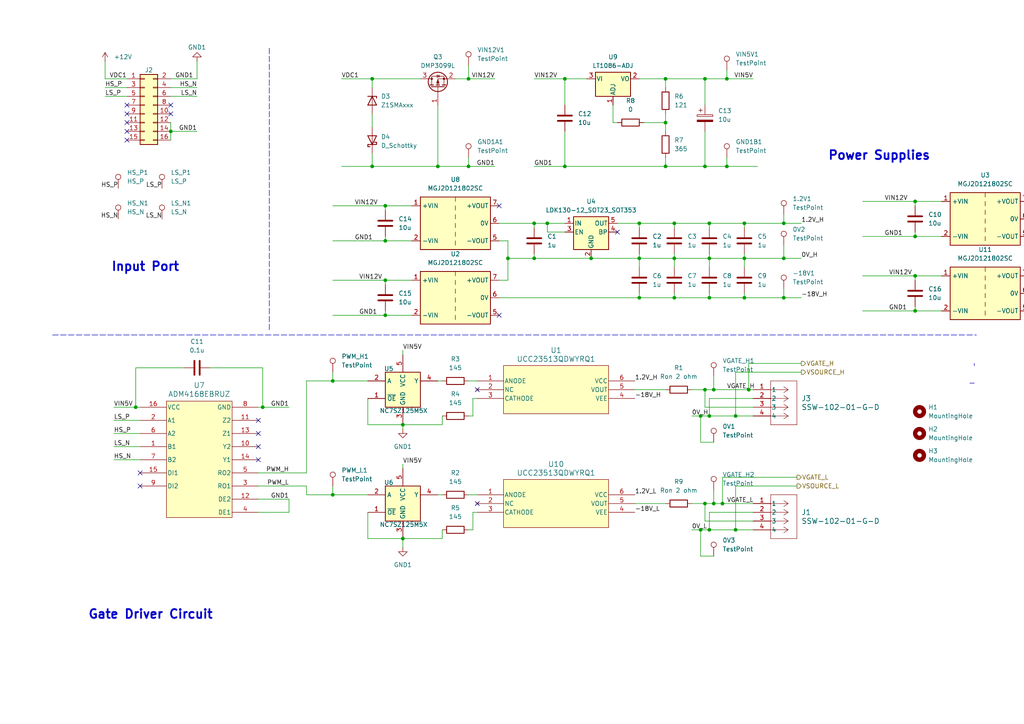
<source format=kicad_sch>
(kicad_sch (version 20250114) (generator "eeschema") (generator_version "9.0")
  (paper "A4")
  (text "Gate Driver Circuit" (at 43.688 178.308 0) (effects (font (size 2.54 2.54) (thickness 0.508) (bold yes))))
  (text "Power Supplies" (at 255.016 45.212 0) (effects (font (size 2.54 2.54) (thickness 0.508) (bold yes))))
  (text "Input Port" (at 42.164 77.47 0) (effects (font (size 2.54 2.54) (thickness 0.508) (bold yes))))
  (junction (at 163.83 22.86))
  (junction (at 265.43 90.17))
  (junction (at 185.42 64.77))
  (junction (at 205.74 64.77))
  (junction (at 381 85.09))
  (junction (at 154.94 74.93))
  (junction (at 204.47 113.03))
  (junction (at 171.45 74.93))
  (junction (at 185.42 74.93))
  (junction (at 210.82 22.86))
  (junction (at 195.58 64.77))
  (junction (at 205.74 120.65))
  (junction (at 265.43 58.42))
  (junction (at 135.89 48.26))
  (junction (at 111.76 69.85))
  (junction (at 215.9 74.93))
  (junction (at 154.94 64.77))
  (junction (at 227.33 64.77))
  (junction (at 163.83 48.26))
  (junction (at 204.47 146.05))
  (junction (at 349.25 63.5))
  (junction (at 381 63.5))
  (junction (at 49.53 38.1))
  (junction (at 193.04 48.26))
  (junction (at 210.82 48.26))
  (junction (at 227.33 74.93))
  (junction (at 204.47 48.26))
  (junction (at 349.25 73.66))
  (junction (at 111.76 91.44))
  (junction (at 227.33 86.36))
  (junction (at 111.76 81.28))
  (junction (at 96.52 110.49))
  (junction (at 185.42 86.36))
  (junction (at 203.2 153.67))
  (junction (at 215.9 64.77))
  (junction (at 213.36 153.67))
  (junction (at 369.57 73.66))
  (junction (at 339.09 85.09))
  (junction (at 203.2 120.65))
  (junction (at 312.42 63.5))
  (junction (at 111.76 59.69))
  (junction (at 213.36 120.65))
  (junction (at 308.61 63.5))
  (junction (at 359.41 85.09))
  (junction (at 147.32 74.93))
  (junction (at 205.74 74.93))
  (junction (at 193.04 35.56))
  (junction (at 127 48.26))
  (junction (at 300.99 73.66))
  (junction (at 207.01 146.05))
  (junction (at 381 73.66))
  (junction (at 96.52 143.51))
  (junction (at 325.12 73.66))
  (junction (at 195.58 74.93))
  (junction (at 107.95 22.86))
  (junction (at 116.84 123.19))
  (junction (at 193.04 22.86))
  (junction (at 39.37 118.11))
  (junction (at 205.74 153.67))
  (junction (at 116.84 156.21))
  (junction (at 204.47 22.86))
  (junction (at 76.2 118.11))
  (junction (at 369.57 85.09))
  (junction (at 158.75 64.77))
  (junction (at 215.9 86.36))
  (junction (at 359.41 73.66))
  (junction (at 265.43 80.01))
  (junction (at 339.09 63.5))
  (junction (at 349.25 85.09))
  (junction (at 217.17 113.03))
  (junction (at 359.41 63.5))
  (junction (at 207.01 113.03))
  (junction (at 135.89 22.86))
  (junction (at 369.57 63.5))
  (junction (at 205.74 86.36))
  (junction (at 107.95 48.26))
  (junction (at 339.09 73.66))
  (junction (at 308.61 73.66))
  (junction (at 209.55 146.05))
  (junction (at 265.43 68.58))
  (junction (at 195.58 86.36))
  (no_connect (at 36.83 35.56))
  (no_connect (at 74.93 121.92))
  (no_connect (at 49.53 30.48))
  (no_connect (at 298.45 58.42))
  (no_connect (at 144.78 91.44))
  (no_connect (at 74.93 129.54))
  (no_connect (at 298.45 90.17))
  (no_connect (at 49.53 33.02))
  (no_connect (at 40.64 137.16))
  (no_connect (at 36.83 30.48))
  (no_connect (at 36.83 40.64))
  (no_connect (at 74.93 125.73))
  (no_connect (at 40.64 140.97))
  (no_connect (at 36.83 38.1))
  (no_connect (at 179.07 67.31))
  (no_connect (at 74.93 133.35))
  (no_connect (at 138.43 146.05))
  (no_connect (at 144.78 59.69))
  (no_connect (at 138.43 113.03))
  (no_connect (at 36.83 33.02))
  (no_connect (at 332.74 66.04))
  (wire (pts (xy 111.76 81.28) (xy 111.76 82.55)))
  (wire (pts (xy 116.84 123.19) (xy 116.84 124.46)))
  (wire (pts (xy 88.9 137.16) (xy 88.9 110.49)))
  (wire (pts (xy 207.01 146.05) (xy 209.55 146.05)))
  (wire (pts (xy 49.53 38.1) (xy 57.15 38.1)))
  (wire (pts (xy 213.36 107.95) (xy 213.36 120.65)))
  (wire (pts (xy 107.95 25.4) (xy 107.95 22.86)))
  (wire (pts (xy 88.9 110.49) (xy 96.52 110.49)))
  (wire (pts (xy 204.47 48.26) (xy 210.82 48.26)))
  (wire (pts (xy 195.58 64.77) (xy 205.74 64.77)))
  (wire (pts (xy 205.74 148.59) (xy 205.74 153.67)))
  (wire (pts (xy 116.84 156.21) (xy 128.27 156.21)))
  (wire (pts (xy 369.57 73.66) (xy 381 73.66)))
  (wire (pts (xy 218.44 148.59) (xy 205.74 148.59)))
  (wire (pts (xy 147.32 74.93) (xy 154.94 74.93)))
  (wire (pts (xy 250.19 68.58) (xy 265.43 68.58)))
  (wire (pts (xy 369.57 63.5) (xy 381 63.5)))
  (wire (pts (xy 250.19 90.17) (xy 265.43 90.17)))
  (wire (pts (xy 308.61 73.66) (xy 325.12 73.66)))
  (wire (pts (xy 195.58 73.66) (xy 195.58 74.93)))
  (wire (pts (xy 144.78 64.77) (xy 154.94 64.77)))
  (wire (pts (xy 147.32 69.85) (xy 147.32 74.93)))
  (wire (pts (xy 227.33 64.77) (xy 232.41 64.77)))
  (wire (pts (xy 207.01 128.27) (xy 203.2 128.27)))
  (wire (pts (xy 33.02 125.73) (xy 40.64 125.73)))
  (wire (pts (xy 76.2 118.11) (xy 83.82 118.11)))
  (wire (pts (xy 203.2 153.67) (xy 205.74 153.67)))
  (wire (pts (xy 195.58 64.77) (xy 195.58 66.04)))
  (wire (pts (xy 300.99 73.66) (xy 308.61 73.66)))
  (wire (pts (xy 111.76 90.17) (xy 111.76 91.44)))
  (wire (pts (xy 204.47 113.03) (xy 207.01 113.03)))
  (wire (pts (xy 205.74 74.93) (xy 205.74 77.47)))
  (wire (pts (xy 349.25 83.82) (xy 349.25 85.09)))
  (wire (pts (xy 203.2 161.29) (xy 203.2 153.67)))
  (wire (pts (xy 369.57 85.09) (xy 381 85.09)))
  (wire (pts (xy 96.52 59.69) (xy 111.76 59.69)))
  (wire (pts (xy 74.93 118.11) (xy 76.2 118.11)))
  (wire (pts (xy 185.42 64.77) (xy 195.58 64.77)))
  (wire (pts (xy 127 48.26) (xy 135.89 48.26)))
  (wire (pts (xy 107.95 33.02) (xy 107.95 36.83)))
  (wire (pts (xy 265.43 67.31) (xy 265.43 68.58)))
  (wire (pts (xy 132.08 22.86) (xy 135.89 22.86)))
  (wire (pts (xy 88.9 143.51) (xy 96.52 143.51)))
  (wire (pts (xy 49.53 27.94) (xy 57.15 27.94)))
  (wire (pts (xy 232.41 105.41) (xy 217.17 105.41)))
  (wire (pts (xy 193.04 48.26) (xy 204.47 48.26)))
  (wire (pts (xy 359.41 83.82) (xy 359.41 85.09)))
  (wire (pts (xy 111.76 59.69) (xy 119.38 59.69)))
  (wire (pts (xy 204.47 22.86) (xy 210.82 22.86)))
  (wire (pts (xy 193.04 22.86) (xy 204.47 22.86)))
  (wire (pts (xy 207.01 113.03) (xy 217.17 113.03)))
  (wire (pts (xy 200.66 120.65) (xy 203.2 120.65)))
  (wire (pts (xy 74.93 137.16) (xy 88.9 137.16)))
  (wire (pts (xy 204.47 38.1) (xy 204.47 48.26)))
  (wire (pts (xy 213.36 153.67) (xy 218.44 153.67)))
  (wire (pts (xy 111.76 68.58) (xy 111.76 69.85)))
  (wire (pts (xy 116.84 101.6) (xy 116.84 102.87)))
  (wire (pts (xy 308.61 63.5) (xy 308.61 64.77)))
  (wire (pts (xy 349.25 73.66) (xy 359.41 73.66)))
  (wire (pts (xy 163.83 38.1) (xy 163.83 48.26)))
  (wire (pts (xy 33.02 129.54) (xy 40.64 129.54)))
  (wire (pts (xy 205.74 120.65) (xy 213.36 120.65)))
  (wire (pts (xy 184.15 113.03) (xy 193.04 113.03)))
  (wire (pts (xy 83.82 144.78) (xy 83.82 148.59)))
  (wire (pts (xy 200.66 153.67) (xy 203.2 153.67)))
  (wire (pts (xy 185.42 85.09) (xy 185.42 86.36)))
  (wire (pts (xy 127 30.48) (xy 127 48.26)))
  (wire (pts (xy 349.25 63.5) (xy 359.41 63.5)))
  (wire (pts (xy 185.42 73.66) (xy 185.42 74.93)))
  (wire (pts (xy 227.33 83.82) (xy 227.33 86.36)))
  (wire (pts (xy 96.52 91.44) (xy 111.76 91.44)))
  (wire (pts (xy 349.25 85.09) (xy 359.41 85.09)))
  (wire (pts (xy 209.55 138.43) (xy 209.55 146.05)))
  (wire (pts (xy 193.04 35.56) (xy 193.04 38.1)))
  (wire (pts (xy 144.78 69.85) (xy 147.32 69.85)))
  (wire (pts (xy 232.41 107.95) (xy 213.36 107.95)))
  (wire (pts (xy 312.42 66.04) (xy 312.42 63.5)))
  (wire (pts (xy 265.43 80.01) (xy 273.05 80.01)))
  (wire (pts (xy 106.68 123.19) (xy 106.68 115.57)))
  (wire (pts (xy 116.84 134.62) (xy 116.84 135.89)))
  (wire (pts (xy 116.84 156.21) (xy 106.68 156.21)))
  (wire (pts (xy 30.48 17.78) (xy 30.48 22.86)))
  (wire (pts (xy 209.55 146.05) (xy 218.44 146.05)))
  (wire (pts (xy 205.74 153.67) (xy 213.36 153.67)))
  (wire (pts (xy 200.66 113.03) (xy 204.47 113.03)))
  (wire (pts (xy 193.04 22.86) (xy 193.04 25.4)))
  (wire (pts (xy 204.47 146.05) (xy 207.01 146.05)))
  (wire (pts (xy 60.96 106.68) (xy 76.2 106.68)))
  (wire (pts (xy 300.99 80.01) (xy 298.45 80.01)))
  (wire (pts (xy 96.52 81.28) (xy 111.76 81.28)))
  (wire (pts (xy 74.93 140.97) (xy 88.9 140.97)))
  (wire (pts (xy 57.15 22.86) (xy 49.53 22.86)))
  (wire (pts (xy 154.94 64.77) (xy 154.94 66.04)))
  (wire (pts (xy 99.06 48.26) (xy 107.95 48.26)))
  (wire (pts (xy 163.83 48.26) (xy 193.04 48.26)))
  (wire (pts (xy 250.19 80.01) (xy 265.43 80.01)))
  (wire (pts (xy 96.52 69.85) (xy 111.76 69.85)))
  (wire (pts (xy 53.34 106.68) (xy 39.37 106.68)))
  (wire (pts (xy 185.42 64.77) (xy 185.42 66.04)))
  (wire (pts (xy 137.16 120.65) (xy 137.16 115.57)))
  (wire (pts (xy 135.89 120.65) (xy 137.16 120.65)))
  (wire (pts (xy 185.42 74.93) (xy 195.58 74.93)))
  (wire (pts (xy 265.43 80.01) (xy 265.43 81.28)))
  (wire (pts (xy 158.75 67.31) (xy 163.83 67.31)))
  (wire (pts (xy 179.07 64.77) (xy 185.42 64.77)))
  (wire (pts (xy 49.53 38.1) (xy 49.53 40.64)))
  (wire (pts (xy 227.33 74.93) (xy 232.41 74.93)))
  (wire (pts (xy 106.68 156.21) (xy 106.68 148.59)))
  (wire (pts (xy 185.42 86.36) (xy 195.58 86.36)))
  (wire (pts (xy 369.57 73.66) (xy 369.57 76.2)))
  (wire (pts (xy 207.01 109.22) (xy 207.01 113.03)))
  (wire (pts (xy 369.57 72.39) (xy 369.57 73.66)))
  (wire (pts (xy 204.47 113.03) (xy 204.47 118.11)))
  (wire (pts (xy 154.94 64.77) (xy 158.75 64.77)))
  (wire (pts (xy 369.57 63.5) (xy 369.57 64.77)))
  (wire (pts (xy 210.82 45.72) (xy 210.82 48.26)))
  (wire (pts (xy 39.37 106.68) (xy 39.37 118.11)))
  (wire (pts (xy 359.41 72.39) (xy 359.41 73.66)))
  (wire (pts (xy 49.53 35.56) (xy 49.53 38.1)))
  (wire (pts (xy 217.17 105.41) (xy 217.17 113.03)))
  (wire (pts (xy 300.99 68.58) (xy 300.99 73.66)))
  (wire (pts (xy 171.45 74.93) (xy 185.42 74.93)))
  (wire (pts (xy 57.15 17.78) (xy 57.15 22.86)))
  (wire (pts (xy 203.2 120.65) (xy 205.74 120.65)))
  (wire (pts (xy 298.45 63.5) (xy 308.61 63.5)))
  (polyline (pts (xy 282.575 105.41) (xy 282.575 106.045)))
  (wire (pts (xy 193.04 45.72) (xy 193.04 48.26)))
  (wire (pts (xy 135.89 45.72) (xy 135.89 48.26)))
  (wire (pts (xy 381 60.96) (xy 381 63.5)))
  (wire (pts (xy 203.2 128.27) (xy 203.2 120.65)))
  (wire (pts (xy 200.66 146.05) (xy 204.47 146.05)))
  (wire (pts (xy 154.94 74.93) (xy 171.45 74.93)))
  (wire (pts (xy 215.9 85.09) (xy 215.9 86.36)))
  (wire (pts (xy 39.37 118.11) (xy 40.64 118.11)))
  (wire (pts (xy 135.89 110.49) (xy 138.43 110.49)))
  (wire (pts (xy 195.58 74.93) (xy 205.74 74.93)))
  (wire (pts (xy 265.43 58.42) (xy 273.05 58.42)))
  (wire (pts (xy 205.74 85.09) (xy 205.74 86.36)))
  (wire (pts (xy 154.94 48.26) (xy 163.83 48.26)))
  (wire (pts (xy 185.42 74.93) (xy 185.42 77.47)))
  (wire (pts (xy 359.41 63.5) (xy 369.57 63.5)))
  (wire (pts (xy 96.52 140.97) (xy 96.52 143.51)))
  (wire (pts (xy 74.93 148.59) (xy 83.82 148.59)))
  (wire (pts (xy 177.8 35.56) (xy 179.07 35.56)))
  (wire (pts (xy 185.42 22.86) (xy 193.04 22.86)))
  (wire (pts (xy 359.41 63.5) (xy 359.41 64.77)))
  (wire (pts (xy 127 143.51) (xy 128.27 143.51)))
  (wire (pts (xy 147.32 81.28) (xy 144.78 81.28)))
  (wire (pts (xy 218.44 151.13) (xy 204.47 151.13)))
  (wire (pts (xy 231.14 138.43) (xy 209.55 138.43)))
  (wire (pts (xy 215.9 74.93) (xy 215.9 77.47)))
  (wire (pts (xy 349.25 73.66) (xy 349.25 76.2)))
  (wire (pts (xy 116.84 156.21) (xy 116.84 158.75)))
  (wire (pts (xy 107.95 22.86) (xy 121.92 22.86)))
  (wire (pts (xy 195.58 86.36) (xy 205.74 86.36)))
  (wire (pts (xy 227.33 62.23) (xy 227.33 64.77)))
  (wire (pts (xy 332.74 63.5) (xy 339.09 63.5)))
  (wire (pts (xy 265.43 58.42) (xy 265.43 59.69)))
  (wire (pts (xy 265.43 88.9) (xy 265.43 90.17)))
  (wire (pts (xy 205.74 86.36) (xy 215.9 86.36)))
  (wire (pts (xy 218.44 118.11) (xy 204.47 118.11)))
  (wire (pts (xy 325.12 73.66) (xy 339.09 73.66)))
  (wire (pts (xy 88.9 140.97) (xy 88.9 143.51)))
  (wire (pts (xy 205.74 64.77) (xy 215.9 64.77)))
  (wire (pts (xy 147.32 74.93) (xy 147.32 81.28)))
  (wire (pts (xy 107.95 48.26) (xy 127 48.26)))
  (wire (pts (xy 195.58 74.93) (xy 195.58 77.47)))
  (wire (pts (xy 195.58 85.09) (xy 195.58 86.36)))
  (wire (pts (xy 128.27 156.21) (xy 128.27 153.67)))
  (wire (pts (xy 210.82 48.26) (xy 219.71 48.26)))
  (wire (pts (xy 96.52 107.95) (xy 96.52 110.49)))
  (wire (pts (xy 210.82 20.32) (xy 210.82 22.86)))
  (wire (pts (xy 308.61 63.5) (xy 312.42 63.5)))
  (wire (pts (xy 135.89 48.26) (xy 143.51 48.26)))
  (wire (pts (xy 74.93 144.78) (xy 83.82 144.78)))
  (wire (pts (xy 207.01 142.24) (xy 207.01 146.05)))
  (wire (pts (xy 265.43 90.17) (xy 273.05 90.17)))
  (wire (pts (xy 312.42 63.5) (xy 317.5 63.5)))
  (wire (pts (xy 137.16 153.67) (xy 137.16 148.59)))
  (wire (pts (xy 349.25 63.5) (xy 349.25 64.77)))
  (wire (pts (xy 107.95 44.45) (xy 107.95 48.26)))
  (wire (pts (xy 128.27 123.19) (xy 128.27 120.65)))
  (wire (pts (xy 137.16 148.59) (xy 138.43 148.59)))
  (wire (pts (xy 215.9 86.36) (xy 227.33 86.36)))
  (wire (pts (xy 339.09 85.09) (xy 349.25 85.09)))
  (wire (pts (xy 359.41 73.66) (xy 359.41 76.2)))
  (wire (pts (xy 207.01 161.29) (xy 203.2 161.29)))
  (wire (pts (xy 359.41 85.09) (xy 369.57 85.09)))
  (wire (pts (xy 144.78 86.36) (xy 185.42 86.36)))
  (wire (pts (xy 349.25 72.39) (xy 349.25 73.66)))
  (wire (pts (xy 186.69 35.56) (xy 193.04 35.56)))
  (wire (pts (xy 359.41 73.66) (xy 369.57 73.66)))
  (wire (pts (xy 227.33 71.12) (xy 227.33 74.93)))
  (wire (pts (xy 158.75 64.77) (xy 163.83 64.77)))
  (wire (pts (xy 111.76 59.69) (xy 111.76 60.96)))
  (wire (pts (xy 135.89 19.05) (xy 135.89 22.86)))
  (wire (pts (xy 381 69.85) (xy 381 73.66)))
  (wire (pts (xy 76.2 106.68) (xy 76.2 118.11)))
  (wire (pts (xy 231.14 140.97) (xy 213.36 140.97)))
  (wire (pts (xy 184.15 146.05) (xy 193.04 146.05)))
  (wire (pts (xy 210.82 22.86) (xy 218.44 22.86)))
  (wire (pts (xy 217.17 113.03) (xy 218.44 113.03)))
  (wire (pts (xy 96.52 143.51) (xy 106.68 143.51)))
  (wire (pts (xy 116.84 123.19) (xy 128.27 123.19)))
  (wire (pts (xy 135.89 143.51) (xy 138.43 143.51)))
  (wire (pts (xy 205.74 73.66) (xy 205.74 74.93)))
  (wire (pts (xy 154.94 73.66) (xy 154.94 74.93)))
  (wire (pts (xy 213.36 120.65) (xy 218.44 120.65)))
  (wire (pts (xy 111.76 81.28) (xy 119.38 81.28)))
  (polyline (pts (xy 281.305 111.125) (xy 282.575 111.125)))
  (wire (pts (xy 137.16 115.57) (xy 138.43 115.57)))
  (wire (pts (xy 49.53 25.4) (xy 57.15 25.4)))
  (wire (pts (xy 298.45 68.58) (xy 300.99 68.58)))
  (wire (pts (xy 298.45 85.09) (xy 339.09 85.09)))
  (polyline (pts (xy 78.105 13.97) (xy 78.105 95.885)) (stroke (width 0) (type dash)))
  (wire (pts (xy 218.44 115.57) (xy 205.74 115.57)))
  (wire (pts (xy 339.09 72.39) (xy 339.09 73.66)))
  (wire (pts (xy 127 110.49) (xy 128.27 110.49)))
  (wire (pts (xy 116.84 123.19) (xy 106.68 123.19)))
  (wire (pts (xy 213.36 140.97) (xy 213.36 153.67)))
  (wire (pts (xy 135.89 153.67) (xy 137.16 153.67)))
  (wire (pts (xy 205.74 64.77) (xy 205.74 66.04)))
  (wire (pts (xy 265.43 68.58) (xy 273.05 68.58)))
  (wire (pts (xy 339.09 63.5) (xy 339.09 64.77)))
  (wire (pts (xy 111.76 69.85) (xy 119.38 69.85)))
  (wire (pts (xy 300.99 73.66) (xy 300.99 80.01)))
  (wire (pts (xy 215.9 64.77) (xy 215.9 66.04)))
  (wire (pts (xy 193.04 33.02) (xy 193.04 35.56)))
  (wire (pts (xy 154.94 22.86) (xy 163.83 22.86)))
  (polyline (pts (xy 15.24 97.155) (xy 283.21 97.155)) (stroke (width 0) (type dash)))
  (wire (pts (xy 30.48 22.86) (xy 36.83 22.86)))
  (wire (pts (xy 163.83 22.86) (xy 170.18 22.86)))
  (wire (pts (xy 308.61 72.39) (xy 308.61 73.66)))
  (wire (pts (xy 163.83 30.48) (xy 163.83 22.86)))
  (wire (pts (xy 99.06 22.86) (xy 107.95 22.86)))
  (wire (pts (xy 312.42 66.04) (xy 317.5 66.04)))
  (wire (pts (xy 339.09 73.66) (xy 349.25 73.66)))
  (wire (pts (xy 215.9 73.66) (xy 215.9 74.93)))
  (wire (pts (xy 339.09 73.66) (xy 339.09 76.2)))
  (wire (pts (xy 158.75 67.31) (xy 158.75 64.77)))
  (wire (pts (xy 177.8 30.48) (xy 177.8 35.56)))
  (wire (pts (xy 381 85.09) (xy 386.08 85.09)))
  (wire (pts (xy 33.02 133.35) (xy 40.64 133.35)))
  (wire (pts (xy 381 63.5) (xy 386.08 63.5)))
  (wire (pts (xy 204.47 146.05) (xy 204.47 151.13)))
  (wire (pts (xy 205.74 115.57) (xy 205.74 120.65)))
  (wire (pts (xy 215.9 64.77) (xy 227.33 64.77)))
  (wire (pts (xy 227.33 86.36) (xy 232.41 86.36)))
  (wire (pts (xy 30.48 27.94) (xy 36.83 27.94)))
  (wire (pts (xy 339.09 83.82) (xy 339.09 85.09)))
  (wire (pts (xy 33.02 121.92) (xy 40.64 121.92)))
  (wire (pts (xy 96.52 110.49) (xy 106.68 110.49)))
  (wire (pts (xy 215.9 74.93) (xy 227.33 74.93)))
  (wire (pts (xy 135.89 22.86) (xy 143.51 22.86)))
  (wire (pts (xy 250.19 58.42) (xy 265.43 58.42)))
  (wire (pts (xy 111.76 91.44) (xy 119.38 91.44)))
  (wire (pts (xy 204.47 22.86) (xy 204.47 30.48)))
  (wire (pts (xy 339.09 63.5) (xy 349.25 63.5)))
  (wire (pts (xy 369.57 83.82) (xy 369.57 85.09)))
  (wire (pts (xy 381 82.55) (xy 381 85.09)))
  (wire (pts (xy 33.02 118.11) (xy 39.37 118.11)))
  (wire (pts (xy 30.48 25.4) (xy 36.83 25.4)))
  (wire (pts (xy 205.74 74.93) (xy 215.9 74.93)))
  (wire (pts (xy 381 73.66) (xy 386.08 73.66)))
  (label "0V_L" (at 386.08 73.66 0))
  (label "VDC1" (at 31.75 22.86 0))
  (label "LS_N" (at 33.02 129.54 0))
  (label "0V_H" (at 200.66 120.65 0))
  (label "1.2V_L" (at 184.15 143.51 0))
  (label "VIN5V" (at 116.84 101.6 0))
  (label "VIN12V" (at 256.54 58.42 0))
  (label "VIN12V" (at 104.14 81.28 0))
  (label "GND1" (at 57.15 38.1 180))
  (label "-18V_L" (at 386.08 85.09 0))
  (label "VIN12V" (at 143.51 22.86 180))
  (label "HS_N" (at 57.15 25.4 180))
  (label "GND1" (at 257.81 90.17 0))
  (label "1.2V_L" (at 386.08 63.5 0))
  (label "HS_P" (at 33.02 125.73 0))
  (label "VGATE_L" (at 210.82 146.05 0))
  (label "VGATE_H" (at 210.82 113.03 0))
  (label "-18V_H" (at 184.15 115.57 0))
  (label "VIN12V" (at 154.94 22.86 0))
  (label "0V_H" (at 232.41 74.93 0))
  (label "HS_P" (at 30.48 25.4 0))
  (label "GND1" (at 256.54 68.58 0))
  (label "HS_N" (at 34.29 63.5 180))
  (label "PWM_H" (at 83.82 137.16 180))
  (label "GND1" (at 104.14 91.44 0))
  (label "HS_P" (at 34.29 54.61 180))
  (label "LS_N" (at 57.15 27.94 180))
  (label "0V_L" (at 200.66 153.67 0))
  (label "-18V_H" (at 232.41 86.36 0))
  (label "LS_P" (at 30.48 27.94 0))
  (label "VDC1" (at 99.06 22.86 0))
  (label "LS_P" (at 33.02 121.92 0))
  (label "VIN5V" (at 116.84 134.62 0))
  (label "LS_N" (at 46.99 63.5 180))
  (label "LS_P" (at 46.99 54.61 180))
  (label "VIN5V" (at 218.44 22.86 180))
  (label "GND1" (at 102.87 69.85 0))
  (label "GND1" (at 50.8 22.86 0))
  (label "GND1" (at 83.82 144.78 180))
  (label "HS_N" (at 33.02 133.35 0))
  (label "1.2V_H" (at 184.15 110.49 0))
  (label "GND1" (at 83.82 118.11 180))
  (label "1.2V_H" (at 232.41 64.77 0))
  (label "PWM_L" (at 83.82 140.97 180))
  (label "VIN12V" (at 102.87 59.69 0))
  (label "VIN5V" (at 33.02 118.11 0))
  (label "GND1" (at 143.51 48.26 180))
  (label "VIN12V" (at 257.81 80.01 0))
  (label "GND1" (at 154.94 48.26 0))
  (label "-18V_L" (at 184.15 148.59 0))
  (hierarchical_label "VSOURCE_H" (shape output) (at 232.41 107.95 0))
  (hierarchical_label "VGATE_L" (shape output) (at 231.14 138.43 0))
  (hierarchical_label "VGATE_H" (shape output) (at 232.41 105.41 0))
  (hierarchical_label "VSOURCE_L" (shape output) (at 231.14 140.97 0))
  (symbol (lib_id "Device:C") (at 349.25 68.58 0) (unit 1)
    (property "Reference" "C20" (at 353.06 67.3099 0) (effects (justify left)))
    (property "Value" "1u" (at 353.06 69.8499 0) (effects (justify left)))
    (property "Footprint" "Capacitor_SMD:C_1206_3216Metric" (effects (hide yes)))
    (property "Description" "Unpolarized capacitor" (effects (hide yes)))
  )
  (symbol (lib_id "Device:C_Polarized") (at 204.47 34.29 0) (unit 1)
    (property "Reference" "C13" (at 208.28 32.1309 0) (effects (justify left)))
    (property "Value" "10u" (at 208.28 34.6709 0) (effects (justify left)))
    (property "Footprint" "Gate_Driver:TAJB_AVX-M" (effects (hide yes)))
    (property "Description" "Polarized capacitor" (effects (hide yes)))
  )
  (symbol (lib_id "Connector_Generic:Conn_02x08_Odd_Even") (at 41.91 30.48 0) (unit 1)
    (property "Reference" "J2" (at 43.18 20.32 0))
    (property "Value" "Conn_02x08_Odd_Even" (effects (hide yes)))
    (property "Footprint" "Connector_IDC:IDC-Header_2x08_P2.54mm_Vertical" (effects (hide yes)))
    (property "Description" "Generic connector, double row, 02x08, odd/even pin numbering scheme (row 1 odd numbers, row 2 even numbers), script generated (kicad-library-utils/schlib/autogen/connector/)" (effects (hide yes)))
  )
  (symbol (lib_id "Regulator_Linear:LDK130-12_SOT23_SOT353") (at 171.45 67.31 0) (unit 1)
    (property "Reference" "U4" (at 171.45 58.42 0))
    (property "Value" "LDK130-12_SOT23_SOT353" (at 171.45 60.96 0))
    (property "Footprint" "Package_TO_SOT_SMD:SOT-23-5_HandSoldering" (effects (hide yes)))
    (property "Datasheet" "http://www.st.com/content/ccc/resource/technical/document/datasheet/29/10/f7/87/2f/66/47/f4/DM00076097.pdf/files/DM00076097.pdf/jcr:content/translations/en.DM00076097.pdf" (effects (hide yes)))
    (property "Description" "300mA low dropout linear regulator, low quiescent current very, low noise, shutdown pin, 1.2V fixed positive output, SOT-23-5/SOT-353-5/SC-70-5" (effects (hide yes)))
  )
  (symbol (lib_id "Device:C") (at 154.94 69.85 0) (unit 1)
    (property "Reference" "C1" (at 158.75 68.5799 0) (effects (justify left)))
    (property "Value" "1u" (at 158.75 71.1199 0) (effects (justify left)))
    (property "Footprint" "Capacitor_SMD:C_1206_3216Metric" (effects (hide yes)))
    (property "Description" "Unpolarized capacitor" (effects (hide yes)))
  )
  (symbol (lib_id "Connector:TestPoint") (at 227.33 62.23 0) (unit 1)
    (property "Reference" "1.2V1" (at 229.87 57.6579 0) (effects (justify left)))
    (property "Value" "TestPoint" (at 229.87 60.1979 0) (effects (justify left)))
    (property "Footprint" "TestPoint:TestPoint_Pad_D2.0mm" (effects (hide yes)))
    (property "Description" "test point" (effects (hide yes)))
  )
  (symbol (lib_id "Mechanical:MountingHole") (at 266.7 119.38 0) (unit 1) (in_bom no)
    (property "Reference" "H1" (at 269.24 118.1099 0) (effects (justify left)))
    (property "Value" "MountingHole" (at 269.24 120.6499 0) (effects (justify left)))
    (property "Footprint" "MountingHole:MountingHole_4.3mm_M4_DIN965" (effects (hide yes)))
    (property "Description" "Mounting Hole without connection" (effects (hide yes)))
  )
  (symbol (lib_id "Device:D_Schottky") (at 107.95 40.64 90) (unit 1)
    (property "Reference" "D4" (at 110.49 39.6874 90) (effects (justify right)))
    (property "Value" "D_Schottky" (at 110.49 42.2274 90) (effects (justify right)))
    (property "Footprint" "Diode_SMD:D_PowerDI-123" (effects (hide yes)))
    (property "Description" "Schottky diode" (effects (hide yes)))
  )
  (symbol (lib_id "Connector:TestPoint") (at 207.01 142.24 0) (unit 1)
    (property "Reference" "VGATE_H2" (at 209.55 137.6679 0) (effects (justify left)))
    (property "Value" "TestPoint" (at 209.55 140.2079 0) (effects (justify left)))
    (property "Footprint" "TestPoint:TestPoint_Pad_D2.0mm" (effects (hide yes)))
    (property "Description" "test point" (effects (hide yes)))
  )
  (symbol (lib_id "Device:C") (at 205.74 69.85 0) (unit 1)
    (property "Reference" "C4" (at 209.55 68.5799 0) (effects (justify left)))
    (property "Value" "1u" (at 209.55 71.1199 0) (effects (justify left)))
    (property "Footprint" "Capacitor_SMD:C_1206_3216Metric" (effects (hide yes)))
    (property "Description" "Unpolarized capacitor" (effects (hide yes)))
  )
  (symbol (lib_id "Gate_Driver:UCC23513QDWYRQ1") (at 161.29 113.03 0) (unit 1)
    (property "Reference" "U1" (at 161.29 101.6 0) (effects (font (size 1.524 1.524))))
    (property "Value" "UCC23513QDWYRQ1" (at 161.29 104.14 0) (effects (font (size 1.524 1.524))))
    (property "Footprint" "Gate_Driver:SOIC06_SO-6_7P5X4P68_TEX-M" (effects (hide yes)))
    (property "Datasheet" "https://www.ti.com/lit/gpn/ucc23513-q1" (effects (hide yes)))
  )
  (symbol (lib_id "Device:R_1206") (at 132.08 153.67 90) (unit 1)
    (property "Reference" "R5" (at 132.08 147.32 90))
    (property "Value" "145" (at 132.08 149.86 90))
    (property "Footprint" "Resistor_SMD:R_1206_3216Metric_Pad1.30x1.75mm_HandSolder" (effects (hide yes)))
    (property "Description" "Resistor" (effects (hide yes)))
  )
  (symbol (lib_id "Connector:TestPoint") (at 135.89 19.05 0) (unit 1)
    (property "Reference" "VIN12V1" (at 138.43 14.4779 0) (effects (justify left)))
    (property "Value" "TestPoint" (at 138.43 17.0179 0) (effects (justify left)))
    (property "Footprint" "TestPoint:TestPoint_Pad_D2.0mm" (effects (hide yes)))
    (property "Description" "test point" (effects (hide yes)))
  )
  (symbol (lib_id "Connector:TestPoint") (at 207.01 128.27 0) (unit 1)
    (property "Reference" "0V1" (at 209.55 123.6979 0) (effects (justify left)))
    (property "Value" "TestPoint" (at 209.55 126.2379 0) (effects (justify left)))
    (property "Footprint" "TestPoint:TestPoint_Pad_D2.0mm" (effects (hide yes)))
    (property "Description" "test point" (effects (hide yes)))
  )
  (symbol (lib_id "Regulator_Linear:LDK130-12_SOT23_SOT353") (at 325.12 66.04 0) (unit 1)
    (property "Reference" "U12" (at 325.12 57.15 0))
    (property "Value" "LDK130-12_SOT23_SOT353" (at 325.12 59.69 0))
    (property "Footprint" "Package_TO_SOT_SMD:SOT-23-5_HandSoldering" (effects (hide yes)))
    (property "Datasheet" "http://www.st.com/content/ccc/resource/technical/document/datasheet/29/10/f7/87/2f/66/47/f4/DM00076097.pdf/files/DM00076097.pdf/jcr:content/translations/en.DM00076097.pdf" (effects (hide yes)))
    (property "Description" "300mA low dropout linear regulator, low quiescent current very, low noise, shutdown pin, 1.2V fixed positive output, SOT-23-5/SOT-353-5/SC-70-5" (effects (hide yes)))
  )
  (symbol (lib_id "Converter_DCDC:MGJ2D121802SC") (at 132.08 64.77 0) (unit 1)
    (property "Reference" "U8" (at 132.08 52.07 0))
    (property "Value" "MGJ2D121802SC" (at 132.08 54.61 0))
    (property "Footprint" "Converter_DCDC:Converter_DCDC_Murata_MGJ2DxxxxxxSC_THT" (effects (hide yes)))
    (property "Datasheet" "https://power.murata.com/pub/data/power/ncl/kdc_mgj2.pdf" (effects (hide yes)))
    (property "Description" "5.2kVDC Isolated 2W Gate Drive, 12V Vin, +18V/-2.5V Vout" (effects (hide yes)))
  )
  (symbol (lib_id "Converter_DCDC:MGJ2D121802SC") (at 285.75 63.5 0) (unit 1)
    (property "Reference" "U3" (at 285.75 50.8 0))
    (property "Value" "MGJ2D121802SC" (at 285.75 53.34 0))
    (property "Footprint" "Converter_DCDC:Converter_DCDC_Murata_MGJ2DxxxxxxSC_THT" (effects (hide yes)))
    (property "Datasheet" "https://power.murata.com/pub/data/power/ncl/kdc_mgj2.pdf" (effects (hide yes)))
    (property "Description" "5.2kVDC Isolated 2W Gate Drive, 12V Vin, +18V/-2.5V Vout" (effects (hide yes)))
  )
  (symbol (lib_id "Device:C") (at 111.76 64.77 0) (unit 1)
    (property "Reference" "C14" (at 115.57 63.4999 0) (effects (justify left)))
    (property "Value" "10u" (at 115.57 66.0399 0) (effects (justify left)))
    (property "Footprint" "Capacitor_SMD:C_1206_3216Metric" (effects (hide yes)))
    (property "Description" "Unpolarized capacitor" (effects (hide yes)))
  )
  (symbol (lib_id "power:GND2") (at 116.84 124.46 0) (unit 1)
    (property "Reference" "#PWR03" (effects (hide yes)))
    (property "Value" "GND1" (at 116.84 129.54 0))
    (property "Description" "Power symbol creates a global label with name \"GND2\" , ground" (effects (hide yes)))
  )
  (symbol (lib_id "power:GND") (at 57.15 17.78 0) (mirror x) (unit 1)
    (property "Reference" "#PWR02" (effects (hide yes)))
    (property "Value" "GND1" (at 57.15 13.716 0))
    (property "Description" "Power symbol creates a global label with name \"GND\" , ground" (effects (hide yes)))
  )
  (symbol (lib_id "74xGxx:NC7SZ125M5X") (at 116.84 146.05 0) (unit 1)
    (property "Reference" "U6" (at 112.776 139.954 0))
    (property "Value" "NC7SZ125M5X" (at 117.094 152.146 0))
    (property "Footprint" "Package_TO_SOT_SMD:SOT-23-5_HandSoldering" (effects (hide yes)))
    (property "Datasheet" "https://www.onsemi.com/pdf/datasheet/nc7sz125-d.pdf" (effects (hide yes)))
    (property "Description" "TinyLogic UHS Buffer, Tri-State Output, SOT-23-5" (effects (hide yes)))
  )
  (symbol (lib_id "RS422_Transreciver:ADM4168EBRUZ") (at 40.64 118.11 0) (unit 1)
    (property "Reference" "U7" (at 57.785 111.76 0) (effects (font (size 1.524 1.524))))
    (property "Value" "ADM4168EBRUZ" (at 57.785 114.3 0) (effects (font (size 1.524 1.524))))
    (property "Footprint" "Gate_Driver:RU_16_ADI-M" (effects (hide yes)))
    (property "Datasheet" "https://www.analog.com/media/en/technical-documentation/data-sheets/ADM4168E.PDF" (effects (hide yes)))
  )
  (symbol (lib_id "74xGxx:NC7SZ125M5X") (at 116.84 113.03 0) (unit 1)
    (property "Reference" "U5" (at 112.776 106.934 0))
    (property "Value" "NC7SZ125M5X" (at 117.094 119.126 0))
    (property "Footprint" "Package_TO_SOT_SMD:SOT-23-5_HandSoldering" (effects (hide yes)))
    (property "Datasheet" "https://www.onsemi.com/pdf/datasheet/nc7sz125-d.pdf" (effects (hide yes)))
    (property "Description" "TinyLogic UHS Buffer, Tri-State Output, SOT-23-5" (effects (hide yes)))
  )
  (symbol (lib_id "Diode:Z1SMAxxx") (at 107.95 29.21 270) (unit 1)
    (property "Reference" "D3" (at 110.49 27.9399 90) (effects (justify left)))
    (property "Value" "Z1SMAxxx" (at 110.49 30.4799 90) (effects (justify left)))
    (property "Footprint" "Diode_SMD:D_SMA_Handsoldering" (effects (hide yes)))
    (property "Datasheet" "https://diotec.com/tl_files/diotec/files/pdf/datasheets/z1sma1.pdf" (effects (hide yes)))
    (property "Description" "1000mW Zener Diode, SMA(DO-214AC)" (effects (hide yes)))
  )
  (symbol (lib_id "Device:C") (at 349.25 80.01 0) (unit 1)
    (property "Reference" "C21" (at 353.06 78.7399 0) (effects (justify left)))
    (property "Value" "1u" (at 353.06 81.2799 0) (effects (justify left)))
    (property "Footprint" "Capacitor_SMD:C_1206_3216Metric" (effects (hide yes)))
    (property "Description" "Unpolarized capacitor" (effects (hide yes)))
  )
  (symbol (lib_id "Connector:TestPoint") (at 135.89 45.72 0) (unit 1)
    (property "Reference" "GND1A1" (at 138.43 41.1479 0) (effects (justify left)))
    (property "Value" "TestPoint" (at 138.43 43.6879 0) (effects (justify left)))
    (property "Footprint" "TestPoint:TestPoint_Pad_D2.0mm" (effects (hide yes)))
    (property "Description" "test point" (effects (hide yes)))
  )
  (symbol (lib_id "Transistor_FET:DMP3099L") (at 127 25.4 90) (unit 1)
    (property "Reference" "Q3" (at 127 16.51 90))
    (property "Value" "DMP3099L" (at 127 19.05 90))
    (property "Footprint" "Package_TO_SOT_SMD:SOT-23" (effects (hide yes)))
    (property "Datasheet" "https://www.diodes.com/assets/Datasheets/DMP3099L.pdf" (effects (hide yes)))
    (property "Description" "-3.8A Id, -30V Vds, P-Channel MOSFET, SOT-23" (effects (hide yes)))
  )
  (symbol (lib_id "Connector:TestPoint") (at 46.99 63.5 0) (unit 1)
    (property "Reference" "LS_N1" (at 49.53 58.9279 0) (effects (justify left)))
    (property "Value" "LS_N" (at 49.53 61.4679 0) (effects (justify left)))
    (property "Footprint" "TestPoint:TestPoint_Pad_D2.0mm" (effects (hide yes)))
    (property "Description" "test point" (effects (hide yes)))
  )
  (symbol (lib_id "Connector:TestPoint") (at 207.01 161.29 0) (unit 1)
    (property "Reference" "0V3" (at 209.55 156.7179 0) (effects (justify left)))
    (property "Value" "TestPoint" (at 209.55 159.2579 0) (effects (justify left)))
    (property "Footprint" "TestPoint:TestPoint_Pad_D2.0mm" (effects (hide yes)))
    (property "Description" "test point" (effects (hide yes)))
  )
  (symbol (lib_id "Device:R_1206") (at 132.08 143.51 90) (unit 1)
    (property "Reference" "R2" (at 132.08 137.16 90))
    (property "Value" "145" (at 132.08 139.7 90))
    (property "Footprint" "Resistor_SMD:R_1206_3216Metric_Pad1.30x1.75mm_HandSolder" (effects (hide yes)))
    (property "Description" "Resistor" (effects (hide yes)))
  )
  (symbol (lib_id "Device:C") (at 339.09 80.01 0) (unit 1)
    (property "Reference" "C19" (at 342.9 78.7399 0) (effects (justify left)))
    (property "Value" "1u" (at 342.9 81.2799 0) (effects (justify left)))
    (property "Footprint" "Capacitor_SMD:C_1206_3216Metric" (effects (hide yes)))
    (property "Description" "Unpolarized capacitor" (effects (hide yes)))
  )
  (symbol (lib_id "Mechanical:MountingHole") (at 266.7 125.73 0) (unit 1) (in_bom no)
    (property "Reference" "H2" (at 269.24 124.4599 0) (effects (justify left)))
    (property "Value" "MountingHole" (at 269.24 126.9999 0) (effects (justify left)))
    (property "Footprint" "MountingHole:MountingHole_4.3mm_M4_DIN965" (effects (hide yes)))
    (property "Description" "Mounting Hole without connection" (effects (hide yes)))
  )
  (symbol (lib_id "Device:C") (at 185.42 81.28 0) (unit 1)
    (property "Reference" "C6" (at 189.23 80.0099 0) (effects (justify left)))
    (property "Value" "1u" (at 189.23 82.5499 0) (effects (justify left)))
    (property "Footprint" "Capacitor_SMD:C_1206_3216Metric" (effects (hide yes)))
    (property "Description" "Unpolarized capacitor" (effects (hide yes)))
  )
  (symbol (lib_id "Device:C") (at 308.61 68.58 0) (unit 1)
    (property "Reference" "C17" (at 312.42 67.3099 0) (effects (justify left)))
    (property "Value" "1u" (at 312.42 69.8499 0) (effects (justify left)))
    (property "Footprint" "Capacitor_SMD:C_1206_3216Metric" (effects (hide yes)))
    (property "Description" "Unpolarized capacitor" (effects (hide yes)))
  )
  (symbol (lib_id "Device:C") (at 57.15 106.68 90) (unit 1)
    (property "Reference" "C11" (at 57.15 99.06 90))
    (property "Value" "0.1u" (at 57.15 101.6 90))
    (property "Footprint" "Capacitor_SMD:C_1206_3216Metric_Pad1.33x1.80mm_HandSolder" (effects (hide yes)))
    (property "Description" "Unpolarized capacitor" (effects (hide yes)))
  )
  (symbol (lib_id "Device:C") (at 265.43 85.09 0) (unit 1)
    (property "Reference" "C16" (at 269.24 83.8199 0) (effects (justify left)))
    (property "Value" "10u" (at 269.24 86.3599 0) (effects (justify left)))
    (property "Footprint" "Capacitor_SMD:C_1206_3216Metric" (effects (hide yes)))
    (property "Description" "Unpolarized capacitor" (effects (hide yes)))
  )
  (symbol (lib_id "Connector:TestPoint") (at 34.29 54.61 0) (unit 1)
    (property "Reference" "HS_P1" (at 36.83 50.0379 0) (effects (justify left)))
    (property "Value" "HS_P" (at 36.83 52.5779 0) (effects (justify left)))
    (property "Footprint" "TestPoint:TestPoint_Pad_D2.0mm" (effects (hide yes)))
    (property "Description" "test point" (effects (hide yes)))
  )
  (symbol (lib_id "Device:C") (at 359.41 80.01 0) (unit 1)
    (property "Reference" "C23" (at 363.22 78.7399 0) (effects (justify left)))
    (property "Value" "1u" (at 363.22 81.2799 0) (effects (justify left)))
    (property "Footprint" "Capacitor_SMD:C_1206_3216Metric" (effects (hide yes)))
    (property "Description" "Unpolarized capacitor" (effects (hide yes)))
  )
  (symbol (lib_id "2*2_Gate_Driver_Output_Connector:SSW-102-01-G-D") (at 218.44 113.03 0) (unit 1)
    (property "Reference" "J3" (at 232.41 115.5699 0) (effects (font (size 1.524 1.524)) (justify left)))
    (property "Value" "SSW-102-01-G-D" (at 232.41 118.1099 0) (effects (font (size 1.524 1.524)) (justify left)))
    (property "Footprint" "Gate_Driver:CON4_2X2_TU_SSQ" (effects (hide yes)))
    (property "Datasheet" "SSW-102-01-G-D" (effects (hide yes)))
  )
  (symbol (lib_id "Device:C") (at 205.74 81.28 0) (unit 1)
    (property "Reference" "C8" (at 209.55 80.0099 0) (effects (justify left)))
    (property "Value" "1u" (at 209.55 82.5499 0) (effects (justify left)))
    (property "Footprint" "Capacitor_SMD:C_1206_3216Metric" (effects (hide yes)))
    (property "Description" "Unpolarized capacitor" (effects (hide yes)))
  )
  (symbol (lib_id "Device:C") (at 215.9 69.85 0) (unit 1)
    (property "Reference" "C5" (at 219.71 68.5799 0) (effects (justify left)))
    (property "Value" "1u" (at 219.71 71.1199 0) (effects (justify left)))
    (property "Footprint" "Capacitor_SMD:C_1206_3216Metric" (effects (hide yes)))
    (property "Description" "Unpolarized capacitor" (effects (hide yes)))
  )
  (symbol (lib_id "Device:C") (at 265.43 63.5 0) (unit 1)
    (property "Reference" "C10" (at 269.24 62.2299 0) (effects (justify left)))
    (property "Value" "10u" (at 269.24 64.7699 0) (effects (justify left)))
    (property "Footprint" "Capacitor_SMD:C_1206_3216Metric" (effects (hide yes)))
    (property "Description" "Unpolarized capacitor" (effects (hide yes)))
  )
  (symbol (lib_id "Connector:TestPoint") (at 210.82 20.32 0) (unit 1)
    (property "Reference" "VIN5V1" (at 213.36 15.7479 0) (effects (justify left)))
    (property "Value" "TestPoint" (at 213.36 18.2879 0) (effects (justify left)))
    (property "Footprint" "TestPoint:TestPoint_Pad_D2.0mm" (effects (hide yes)))
    (property "Description" "test point" (effects (hide yes)))
  )
  (symbol (lib_id "Device:C") (at 195.58 81.28 0) (unit 1)
    (property "Reference" "C7" (at 199.39 80.0099 0) (effects (justify left)))
    (property "Value" "1u" (at 199.39 82.5499 0) (effects (justify left)))
    (property "Footprint" "Capacitor_SMD:C_1206_3216Metric" (effects (hide yes)))
    (property "Description" "Unpolarized capacitor" (effects (hide yes)))
  )
  (symbol (lib_id "power:+5V") (at 30.48 17.78 0) (unit 1)
    (property "Reference" "#PWR01" (effects (hide yes)))
    (property "Value" "+12V" (at 33.02 16.5099 0) (effects (justify left)))
    (property "Description" "Power symbol creates a global label with name \"+5V\"" (effects (hide yes)))
  )
  (symbol (lib_id "Device:C") (at 185.42 69.85 0) (unit 1)
    (property "Reference" "C2" (at 189.23 68.5799 0) (effects (justify left)))
    (property "Value" "1u" (at 189.23 71.1199 0) (effects (justify left)))
    (property "Footprint" "Capacitor_SMD:C_1206_3216Metric" (effects (hide yes)))
    (property "Description" "Unpolarized capacitor" (effects (hide yes)))
  )
  (symbol (lib_id "Device:C") (at 111.76 86.36 0) (unit 1)
    (property "Reference" "C15" (at 115.57 85.0899 0) (effects (justify left)))
    (property "Value" "10u" (at 115.57 87.6299 0) (effects (justify left)))
    (property "Footprint" "Capacitor_SMD:C_1206_3216Metric" (effects (hide yes)))
    (property "Description" "Unpolarized capacitor" (effects (hide yes)))
  )
  (symbol (lib_id "Connector:TestPoint") (at 381 69.85 0) (unit 1)
    (property "Reference" "0V4" (at 383.54 65.2779 0) (effects (justify left)))
    (property "Value" "TestPoint" (at 383.54 67.8179 0) (effects (justify left)))
    (property "Footprint" "TestPoint:TestPoint_Pad_D2.0mm" (effects (hide yes)))
    (property "Description" "test point" (effects (hide yes)))
  )
  (symbol (lib_id "Device:R") (at 196.85 146.05 270) (unit 1)
    (property "Reference" "R9" (at 196.85 139.7 90))
    (property "Value" "Ron 2 ohm" (at 196.85 142.24 90))
    (property "Footprint" "Resistor_SMD:R_1206_3216Metric_Pad1.30x1.75mm_HandSolder" (effects (hide yes)))
    (property "Description" "Resistor" (effects (hide yes)))
  )
  (symbol (lib_id "Connector:TestPoint") (at 227.33 83.82 0) (unit 1)
    (property "Reference" "-18V1" (at 229.87 79.2479 0) (effects (justify left)))
    (property "Value" "TestPoint" (at 229.87 81.7879 0) (effects (justify left)))
    (property "Footprint" "TestPoint:TestPoint_Pad_D2.0mm" (effects (hide yes)))
    (property "Description" "test point" (effects (hide yes)))
  )
  (symbol (lib_id "Device:C") (at 339.09 68.58 0) (unit 1)
    (property "Reference" "C18" (at 342.9 67.3099 0) (effects (justify left)))
    (property "Value" "1u" (at 342.9 69.8499 0) (effects (justify left)))
    (property "Footprint" "Capacitor_SMD:C_1206_3216Metric" (effects (hide yes)))
    (property "Description" "Unpolarized capacitor" (effects (hide yes)))
  )
  (symbol (lib_id "Regulator_Linear:LT1086-ADJ") (at 177.8 22.86 0) (unit 1)
    (property "Reference" "U9" (at 177.8 16.51 0))
    (property "Value" "LT1086-ADJ" (at 177.8 19.05 0))
    (property "Footprint" "Package_TO_SOT_SMD:TO-263-3_TabPin2" (effects (hide yes)))
    (property "Datasheet" "https://www.analog.com/media/en/technical-documentation/data-sheets/1086ffs.pdf" (effects (hide yes)))
    (property "Description" "1.5A 25V LDO Linear Regulator, Adjustable Output, TO-220/TO-263" (effects (hide yes)))
  )
  (symbol (lib_id "Connector:TestPoint") (at 381 60.96 0) (unit 1)
    (property "Reference" "1.2V2" (at 383.54 56.3879 0) (effects (justify left)))
    (property "Value" "TestPoint" (at 383.54 58.9279 0) (effects (justify left)))
    (property "Footprint" "TestPoint:TestPoint_Pad_D2.0mm" (effects (hide yes)))
    (property "Description" "test point" (effects (hide yes)))
  )
  (symbol (lib_id "Connector:TestPoint") (at 381 82.55 0) (unit 1)
    (property "Reference" "-18V2" (at 383.54 77.9779 0) (effects (justify left)))
    (property "Value" "TestPoint" (at 383.54 80.5179 0) (effects (justify left)))
    (property "Footprint" "TestPoint:TestPoint_Pad_D2.0mm" (effects (hide yes)))
    (property "Description" "test point" (effects (hide yes)))
  )
  (symbol (lib_id "Device:R") (at 196.85 113.03 270) (unit 1)
    (property "Reference" "R1" (at 196.85 106.68 90))
    (property "Value" "Ron 2 ohm" (at 196.85 109.22 90))
    (property "Footprint" "Resistor_SMD:R_1206_3216Metric_Pad1.30x1.75mm_HandSolder" (effects (hide yes)))
    (property "Description" "Resistor" (effects (hide yes)))
  )
  (symbol (lib_id "Connector:TestPoint") (at 46.99 54.61 0) (unit 1)
    (property "Reference" "LS_P1" (at 49.53 50.0379 0) (effects (justify left)))
    (property "Value" "LS_P" (at 49.53 52.5779 0) (effects (justify left)))
    (property "Footprint" "TestPoint:TestPoint_Pad_D2.0mm" (effects (hide yes)))
    (property "Description" "test point" (effects (hide yes)))
  )
  (symbol (lib_id "Connector:TestPoint") (at 207.01 109.22 0) (unit 1)
    (property "Reference" "VGATE_H1" (at 209.55 104.6479 0) (effects (justify left)))
    (property "Value" "TestPoint" (at 209.55 107.1879 0) (effects (justify left)))
    (property "Footprint" "TestPoint:TestPoint_Pad_D2.0mm" (effects (hide yes)))
    (property "Description" "test point" (effects (hide yes)))
  )
  (symbol (lib_id "2*2_Gate_Driver_Output_Connector:SSW-102-01-G-D") (at 218.44 146.05 0) (unit 1)
    (property "Reference" "J1" (at 232.41 148.5899 0) (effects (font (size 1.524 1.524)) (justify left)))
    (property "Value" "SSW-102-01-G-D" (at 232.41 151.1299 0) (effects (font (size 1.524 1.524)) (justify left)))
    (property "Footprint" "Gate_Driver:CON4_2X2_TU_SSQ" (effects (hide yes)))
    (property "Datasheet" "SSW-102-01-G-D" (effects (hide yes)))
  )
  (symbol (lib_id "Device:C") (at 215.9 81.28 0) (unit 1)
    (property "Reference" "C9" (at 219.71 80.0099 0) (effects (justify left)))
    (property "Value" "1u" (at 219.71 82.5499 0) (effects (justify left)))
    (property "Footprint" "Capacitor_SMD:C_1206_3216Metric" (effects (hide yes)))
    (property "Description" "Unpolarized capacitor" (effects (hide yes)))
  )
  (symbol (lib_id "Converter_DCDC:MGJ2D121802SC") (at 132.08 86.36 0) (unit 1)
    (property "Reference" "U2" (at 132.08 73.66 0))
    (property "Value" "MGJ2D121802SC" (at 132.08 76.2 0))
    (property "Footprint" "Converter_DCDC:Converter_DCDC_Murata_MGJ2DxxxxxxSC_THT" (effects (hide yes)))
    (property "Datasheet" "https://power.murata.com/pub/data/power/ncl/kdc_mgj2.pdf" (effects (hide yes)))
    (property "Description" "5.2kVDC Isolated 2W Gate Drive, 12V Vin, +18V/-2.5V Vout" (effects (hide yes)))
  )
  (symbol (lib_id "Device:C") (at 163.83 34.29 0) (unit 1)
    (property "Reference" "C12" (at 167.64 33.0199 0) (effects (justify left)))
    (property "Value" "10u" (at 167.64 35.5599 0) (effects (justify left)))
    (property "Footprint" "Capacitor_SMD:C_1206_3216Metric_Pad1.33x1.80mm_HandSolder" (effects (hide yes)))
    (property "Description" "Unpolarized capacitor" (effects (hide yes)))
  )
  (symbol (lib_id "Connector:TestPoint") (at 34.29 63.5 0) (unit 1)
    (property "Reference" "HS_N1" (at 36.83 58.9279 0) (effects (justify left)))
    (property "Value" "HS_N" (at 36.83 61.4679 0) (effects (justify left)))
    (property "Footprint" "TestPoint:TestPoint_Pad_D2.0mm" (effects (hide yes)))
    (property "Description" "test point" (effects (hide yes)))
  )
  (symbol (lib_id "Device:C") (at 359.41 68.58 0) (unit 1)
    (property "Reference" "C22" (at 363.22 67.3099 0) (effects (justify left)))
    (property "Value" "1u" (at 363.22 69.8499 0) (effects (justify left)))
    (property "Footprint" "Capacitor_SMD:C_1206_3216Metric" (effects (hide yes)))
    (property "Description" "Unpolarized capacitor" (effects (hide yes)))
  )
  (symbol (lib_id "Device:C") (at 195.58 69.85 0) (unit 1)
    (property "Reference" "C3" (at 199.39 68.5799 0) (effects (justify left)))
    (property "Value" "1u" (at 199.39 71.1199 0) (effects (justify left)))
    (property "Footprint" "Capacitor_SMD:C_1206_3216Metric" (effects (hide yes)))
    (property "Description" "Unpolarized capacitor" (effects (hide yes)))
  )
  (symbol (lib_id "power:GND2") (at 116.84 158.75 0) (unit 1)
    (property "Reference" "#PWR04" (effects (hide yes)))
    (property "Value" "GND1" (at 116.84 163.83 0))
    (property "Description" "Power symbol creates a global label with name \"GND2\" , ground" (effects (hide yes)))
  )
  (symbol (lib_id "Device:R") (at 182.88 35.56 90) (unit 1)
    (property "Reference" "R8" (at 182.88 29.21 90))
    (property "Value" "0" (at 182.88 31.75 90))
    (property "Footprint" "Resistor_SMD:R_1206_3216Metric_Pad1.30x1.75mm_HandSolder" (effects (hide yes)))
    (property "Description" "Resistor" (effects (hide yes)))
  )
  (symbol (lib_id "Connector:TestPoint") (at 96.52 140.97 0) (unit 1)
    (property "Reference" "PWM_L1" (at 99.06 136.3979 0) (effects (justify left)))
    (property "Value" "TestPoint" (at 99.06 138.9379 0) (effects (justify left)))
    (property "Footprint" "TestPoint:TestPoint_Pad_D2.0mm" (effects (hide yes)))
    (property "Description" "test point" (effects (hide yes)))
  )
  (symbol (lib_id "Connector:TestPoint") (at 227.33 71.12 0) (unit 1)
    (property "Reference" "0V2" (at 229.87 66.5479 0) (effects (justify left)))
    (property "Value" "TestPoint" (at 229.87 69.0879 0) (effects (justify left)))
    (property "Footprint" "TestPoint:TestPoint_Pad_D2.0mm" (effects (hide yes)))
    (property "Description" "test point" (effects (hide yes)))
  )
  (symbol (lib_id "Mechanical:MountingHole") (at 266.7 132.08 0) (unit 1) (in_bom no)
    (property "Reference" "H3" (at 269.24 130.8099 0) (effects (justify left)))
    (property "Value" "MountingHole" (at 269.24 133.3499 0) (effects (justify left)))
    (property "Footprint" "MountingHole:MountingHole_4.3mm_M4_DIN965" (effects (hide yes)))
    (property "Description" "Mounting Hole without connection" (effects (hide yes)))
  )
  (symbol (lib_id "Connector:TestPoint") (at 96.52 107.95 0) (unit 1)
    (property "Reference" "PWM_H1" (at 99.06 103.3779 0) (effects (justify left)))
    (property "Value" "TestPoint" (at 99.06 105.9179 0) (effects (justify left)))
    (property "Footprint" "TestPoint:TestPoint_Pad_D2.0mm" (effects (hide yes)))
    (property "Description" "test point" (effects (hide yes)))
  )
  (symbol (lib_id "Device:C") (at 369.57 68.58 0) (unit 1)
    (property "Reference" "C24" (at 373.38 67.3099 0) (effects (justify left)))
    (property "Value" "1u" (at 373.38 69.8499 0) (effects (justify left)))
    (property "Footprint" "Capacitor_SMD:C_1206_3216Metric" (effects (hide yes)))
    (property "Description" "Unpolarized capacitor" (effects (hide yes)))
  )
  (symbol (lib_id "Device:R") (at 193.04 29.21 0) (unit 1)
    (property "Reference" "R6" (at 195.58 27.9399 0) (effects (justify left)))
    (property "Value" "121" (at 195.58 30.4799 0) (effects (justify left)))
    (property "Footprint" "Resistor_SMD:R_1206_3216Metric_Pad1.30x1.75mm_HandSolder" (effects (hide yes)))
    (property "Description" "Resistor" (effects (hide yes)))
  )
  (symbol (lib_id "Device:R_1206") (at 132.08 110.49 90) (unit 1)
    (property "Reference" "R3" (at 132.08 104.14 90))
    (property "Value" "145" (at 132.08 106.68 90))
    (property "Footprint" "Resistor_SMD:R_1206_3216Metric_Pad1.30x1.75mm_HandSolder" (effects (hide yes)))
    (property "Description" "Resistor" (effects (hide yes)))
  )
  (symbol (lib_id "Converter_DCDC:MGJ2D121802SC") (at 285.75 85.09 0) (unit 1)
    (property "Reference" "U11" (at 285.75 72.39 0))
    (property "Value" "MGJ2D121802SC" (at 285.75 74.93 0))
    (property "Footprint" "Converter_DCDC:Converter_DCDC_Murata_MGJ2DxxxxxxSC_THT" (effects (hide yes)))
    (property "Datasheet" "https://power.murata.com/pub/data/power/ncl/kdc_mgj2.pdf" (effects (hide yes)))
    (property "Description" "5.2kVDC Isolated 2W Gate Drive, 12V Vin, +18V/-2.5V Vout" (effects (hide yes)))
  )
  (symbol (lib_id "Device:C") (at 369.57 80.01 0) (unit 1)
    (property "Reference" "C25" (at 373.38 78.7399 0) (effects (justify left)))
    (property "Value" "1u" (at 373.38 81.2799 0) (effects (justify left)))
    (property "Footprint" "Capacitor_SMD:C_1206_3216Metric" (effects (hide yes)))
    (property "Description" "Unpolarized capacitor" (effects (hide yes)))
  )
  (symbol (lib_id "Gate_Driver:UCC23513QDWYRQ1") (at 161.29 146.05 0) (unit 1)
    (property "Reference" "U10" (at 161.29 134.62 0) (effects (font (size 1.524 1.524))))
    (property "Value" "UCC23513QDWYRQ1" (at 161.29 137.16 0) (effects (font (size 1.524 1.524))))
    (property "Footprint" "Gate_Driver:SOIC06_SO-6_7P5X4P68_TEX-M" (effects (hide yes)))
    (property "Datasheet" "https://www.ti.com/lit/gpn/ucc23513-q1" (effects (hide yes)))
  )
  (symbol (lib_id "Device:R_1206") (at 132.08 120.65 90) (unit 1)
    (property "Reference" "R4" (at 132.08 114.3 90))
    (property "Value" "145" (at 132.08 116.84 90))
    (property "Footprint" "Resistor_SMD:R_1206_3216Metric_Pad1.30x1.75mm_HandSolder" (effects (hide yes)))
    (property "Description" "Resistor" (effects (hide yes)))
  )
  (symbol (lib_id "Connector:TestPoint") (at 210.82 45.72 0) (unit 1)
    (property "Reference" "GND1B1" (at 213.36 41.1479 0) (effects (justify left)))
    (property "Value" "TestPoint" (at 213.36 43.6879 0) (effects (justify left)))
    (property "Footprint" "TestPoint:TestPoint_Pad_D2.0mm" (effects (hide yes)))
    (property "Description" "test point" (effects (hide yes)))
  )
  (symbol (lib_id "Device:R") (at 193.04 41.91 0) (unit 1)
    (property "Reference" "R7" (at 195.58 40.6399 0) (effects (justify left)))
    (property "Value" "365" (at 195.58 43.1799 0) (effects (justify left)))
    (property "Footprint" "Resistor_SMD:R_1206_3216Metric_Pad1.30x1.75mm_HandSolder" (effects (hide yes)))
    (property "Description" "Resistor" (effects (hide yes)))
  )
)
</source>
